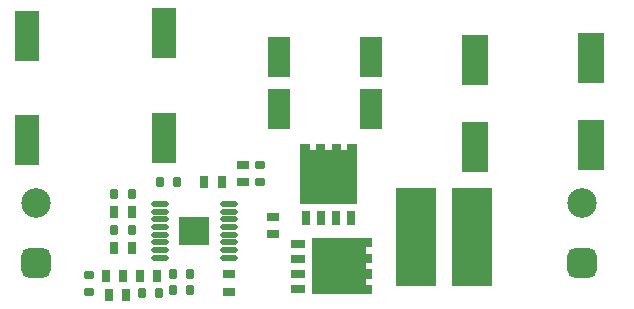
<source format=gts>
G04 Layer_Color=27648*
%FSTAX44Y44*%
%MOMM*%
G71*
G01*
G75*
%ADD25C,2.5000*%
G04:AMPARAMS|DCode=26|XSize=2.5mm|YSize=2.5mm|CornerRadius=0.625mm|HoleSize=0mm|Usage=FLASHONLY|Rotation=90.000|XOffset=0mm|YOffset=0mm|HoleType=Round|Shape=RoundedRectangle|*
%AMROUNDEDRECTD26*
21,1,2.5000,1.2500,0,0,90.0*
21,1,1.2500,2.5000,0,0,90.0*
1,1,1.2500,0.6250,0.6250*
1,1,1.2500,0.6250,-0.6250*
1,1,1.2500,-0.6250,-0.6250*
1,1,1.2500,-0.6250,0.6250*
%
%ADD26ROUNDEDRECTD26*%
G04:AMPARAMS|DCode=32|XSize=0.9516mm|YSize=0.7016mm|CornerRadius=0.0538mm|HoleSize=0mm|Usage=FLASHONLY|Rotation=90.000|XOffset=0mm|YOffset=0mm|HoleType=Round|Shape=RoundedRectangle|*
%AMROUNDEDRECTD32*
21,1,0.9516,0.5940,0,0,90.0*
21,1,0.8440,0.7016,0,0,90.0*
1,1,0.1076,0.2970,0.4220*
1,1,0.1076,0.2970,-0.4220*
1,1,0.1076,-0.2970,-0.4220*
1,1,0.1076,-0.2970,0.4220*
%
%ADD32ROUNDEDRECTD32*%
G04:AMPARAMS|DCode=33|XSize=0.9516mm|YSize=0.7016mm|CornerRadius=0.0538mm|HoleSize=0mm|Usage=FLASHONLY|Rotation=180.000|XOffset=0mm|YOffset=0mm|HoleType=Round|Shape=RoundedRectangle|*
%AMROUNDEDRECTD33*
21,1,0.9516,0.5940,0,0,180.0*
21,1,0.8440,0.7016,0,0,180.0*
1,1,0.1076,-0.4220,0.2970*
1,1,0.1076,0.4220,0.2970*
1,1,0.1076,0.4220,-0.2970*
1,1,0.1076,-0.4220,-0.2970*
%
%ADD33ROUNDEDRECTD33*%
%ADD34R,1.9516X3.3516*%
%ADD35R,2.0516X4.3516*%
G04:AMPARAMS|DCode=36|XSize=2.2016mm|YSize=4.3016mm|CornerRadius=0.0613mm|HoleSize=0mm|Usage=FLASHONLY|Rotation=180.000|XOffset=0mm|YOffset=0mm|HoleType=Round|Shape=RoundedRectangle|*
%AMROUNDEDRECTD36*
21,1,2.2016,4.1790,0,0,180.0*
21,1,2.0790,4.3016,0,0,180.0*
1,1,0.1226,-1.0395,2.0895*
1,1,0.1226,1.0395,2.0895*
1,1,0.1226,1.0395,-2.0895*
1,1,0.1226,-1.0395,-2.0895*
%
%ADD36ROUNDEDRECTD36*%
G04:AMPARAMS|DCode=37|XSize=8.3016mm|YSize=3.4016mm|CornerRadius=0.0673mm|HoleSize=0mm|Usage=FLASHONLY|Rotation=90.000|XOffset=0mm|YOffset=0mm|HoleType=Round|Shape=RoundedRectangle|*
%AMROUNDEDRECTD37*
21,1,8.3016,3.2670,0,0,90.0*
21,1,8.1670,3.4016,0,0,90.0*
1,1,0.1346,1.6335,4.0835*
1,1,0.1346,1.6335,-4.0835*
1,1,0.1346,-1.6335,-4.0835*
1,1,0.1346,-1.6335,4.0835*
%
%ADD37ROUNDEDRECTD37*%
%ADD38R,0.7516X1.3016*%
%ADD39R,1.3016X0.7516*%
G04:AMPARAMS|DCode=40|XSize=0.8516mm|YSize=0.6516mm|CornerRadius=0.0536mm|HoleSize=0mm|Usage=FLASHONLY|Rotation=90.000|XOffset=0mm|YOffset=0mm|HoleType=Round|Shape=RoundedRectangle|*
%AMROUNDEDRECTD40*
21,1,0.8516,0.5445,0,0,90.0*
21,1,0.7445,0.6516,0,0,90.0*
1,1,0.1071,0.2722,0.3723*
1,1,0.1071,0.2722,-0.3723*
1,1,0.1071,-0.2722,-0.3723*
1,1,0.1071,-0.2722,0.3723*
%
%ADD40ROUNDEDRECTD40*%
G04:AMPARAMS|DCode=41|XSize=0.8516mm|YSize=0.6516mm|CornerRadius=0.0536mm|HoleSize=0mm|Usage=FLASHONLY|Rotation=0.000|XOffset=0mm|YOffset=0mm|HoleType=Round|Shape=RoundedRectangle|*
%AMROUNDEDRECTD41*
21,1,0.8516,0.5445,0,0,0.0*
21,1,0.7445,0.6516,0,0,0.0*
1,1,0.1071,0.3723,-0.2722*
1,1,0.1071,-0.3723,-0.2722*
1,1,0.1071,-0.3723,0.2722*
1,1,0.1071,0.3723,0.2722*
%
%ADD41ROUNDEDRECTD41*%
%ADD42R,2.5616X2.4116*%
%ADD43O,1.5016X0.5516*%
%ADD44C,0.6016*%
G36*
X06997599Y08533251D02*
X06997695Y08533221D01*
X06997784Y08533174D01*
X06997861Y08533111D01*
X06997924Y08533033D01*
X06997972Y08532946D01*
X06998Y0853285D01*
X0699801Y0853275D01*
Y0852775D01*
Y0848275D01*
X06998Y0848265D01*
X06997972Y08482555D01*
X06997924Y08482466D01*
X06997861Y08482389D01*
X06997784Y08482325D01*
X06997695Y08482278D01*
X06997599Y08482249D01*
X069975Y08482239D01*
X069505D01*
X069504Y08482249D01*
X06950305Y08482278D01*
X06950217Y08482325D01*
X06950139Y08482389D01*
X06950076Y08482466D01*
X06950029Y08482555D01*
X06949999Y0848265D01*
X0694999Y0848275D01*
Y0852775D01*
Y0853275D01*
X06949999Y0853285D01*
X06950029Y08532946D01*
X06950076Y08533033D01*
X06950139Y08533111D01*
X06950217Y08533174D01*
X06950305Y08533221D01*
X069504Y08533251D01*
X069505Y0853326D01*
X069575D01*
X06957599Y08533251D01*
X06957695Y08533221D01*
X06957784Y08533174D01*
X06957861Y08533111D01*
X06957924Y08533033D01*
X06957972Y08532946D01*
X06958Y0853285D01*
X0695801Y0853275D01*
Y0852826D01*
X06963339D01*
Y0853275D01*
X06963349Y0853285D01*
X06963378Y08532946D01*
X06963426Y08533033D01*
X06963489Y08533111D01*
X06963566Y08533174D01*
X06963655Y08533221D01*
X06963751Y08533251D01*
X0696385Y0853326D01*
X0697085D01*
X0697095Y08533251D01*
X06971046Y08533221D01*
X06971133Y08533174D01*
X06971211Y08533111D01*
X06971274Y08533033D01*
X06971321Y08532946D01*
X06971351Y0853285D01*
X0697136Y0853275D01*
Y0852826D01*
X06976639D01*
Y0853275D01*
X06976649Y0853285D01*
X06976678Y08532946D01*
X06976725Y08533033D01*
X06976789Y08533111D01*
X06976866Y08533174D01*
X06976955Y08533221D01*
X0697705Y08533251D01*
X0697715Y0853326D01*
X0698415D01*
X0698425Y08533251D01*
X06984345Y08533221D01*
X06984434Y08533174D01*
X06984511Y08533111D01*
X06984575Y08533033D01*
X06984622Y08532946D01*
X06984651Y0853285D01*
X06984661Y0853275D01*
Y0852826D01*
X0698999D01*
Y0853275D01*
X06989999Y0853285D01*
X06990029Y08532946D01*
X06990076Y08533033D01*
X06990139Y08533111D01*
X06990217Y08533174D01*
X06990305Y08533221D01*
X069904Y08533251D01*
X069905Y0853326D01*
X069975D01*
X06997599Y08533251D01*
D02*
G37*
G36*
X07010599Y08453538D02*
X07010695Y08453509D01*
X07010784Y08453461D01*
X07010861Y08453398D01*
X07010925Y08453321D01*
X07010972Y08453232D01*
X07011001Y08453137D01*
X07011011Y08453037D01*
Y08446037D01*
X07011001Y08445938D01*
X07010972Y08445842D01*
X07010925Y08445754D01*
X07010861Y08445676D01*
X07010784Y08445613D01*
X07010695Y08445566D01*
X07010599Y08445536D01*
X070105Y08445527D01*
X07006011D01*
Y08440198D01*
X070105D01*
X07010599Y08440188D01*
X07010695Y08440159D01*
X07010784Y08440112D01*
X07010861Y08440048D01*
X07010925Y08439971D01*
X07010972Y08439882D01*
X07011001Y08439787D01*
X07011011Y08439687D01*
Y08432687D01*
X07011001Y08432587D01*
X07010972Y08432491D01*
X07010925Y08432404D01*
X07010861Y08432326D01*
X07010784Y08432263D01*
X07010695Y08432216D01*
X07010599Y08432186D01*
X070105Y08432177D01*
X07006011D01*
Y08426898D01*
X070105D01*
X07010599Y08426888D01*
X07010695Y08426859D01*
X07010784Y08426812D01*
X07010861Y08426748D01*
X07010925Y08426671D01*
X07010972Y08426583D01*
X07011001Y08426487D01*
X07011011Y08426387D01*
Y08419387D01*
X07011001Y08419288D01*
X07010972Y08419192D01*
X07010925Y08419103D01*
X07010861Y08419026D01*
X07010784Y08418962D01*
X07010695Y08418915D01*
X07010599Y08418886D01*
X070105Y08418876D01*
X07006011D01*
Y08413547D01*
X070105D01*
X07010599Y08413538D01*
X07010695Y08413509D01*
X07010784Y08413461D01*
X07010861Y08413398D01*
X07010925Y08413321D01*
X07010972Y08413232D01*
X07011001Y08413137D01*
X07011011Y08413037D01*
Y08406037D01*
X07011001Y08405938D01*
X07010972Y08405842D01*
X07010925Y08405754D01*
X07010861Y08405676D01*
X07010784Y08405613D01*
X07010695Y08405566D01*
X07010599Y08405536D01*
X070105Y08405527D01*
X069605D01*
X069604Y08405536D01*
X06960305Y08405566D01*
X06960217Y08405613D01*
X06960139Y08405676D01*
X06960076Y08405754D01*
X06960029Y08405842D01*
X06959999Y08405938D01*
X0695999Y08406037D01*
Y08453037D01*
X06959999Y08453137D01*
X06960029Y08453232D01*
X06960076Y08453321D01*
X06960139Y08453398D01*
X06960217Y08453461D01*
X06960305Y08453509D01*
X069604Y08453538D01*
X069605Y08453547D01*
X070105D01*
X07010599Y08453538D01*
D02*
G37*
D25*
X0672625Y08483D02*
D03*
X0718875D02*
D03*
D26*
X0672625Y084322D02*
D03*
X0718875D02*
D03*
D32*
X0680725Y08444885D02*
D03*
X0679275D02*
D03*
X0680725Y08475115D02*
D03*
X0679275D02*
D03*
X06802516Y08405082D02*
D03*
X06788016D02*
D03*
X06799722Y08421595D02*
D03*
X06785222D02*
D03*
X068835Y08501151D02*
D03*
X06869D02*
D03*
X06814434Y08421595D02*
D03*
X06828934D02*
D03*
D33*
X06901235Y085155D02*
D03*
Y08501D02*
D03*
X06927302Y08471038D02*
D03*
Y08456537D02*
D03*
X068895Y08422495D02*
D03*
Y08407995D02*
D03*
D34*
X06932Y08606793D02*
D03*
Y08562792D02*
D03*
X07010043Y08606793D02*
D03*
Y08562792D02*
D03*
D35*
X06718915Y08624575D02*
D03*
Y08536074D02*
D03*
X06834957Y08626884D02*
D03*
Y08538384D02*
D03*
D36*
X07098085Y08604D02*
D03*
Y0853D02*
D03*
X07196127Y08605873D02*
D03*
Y08531873D02*
D03*
D37*
X07095213Y08454127D02*
D03*
X07048213D02*
D03*
D38*
X06953934Y0852644D02*
D03*
X06967396D02*
D03*
X06980604D02*
D03*
X06994066D02*
D03*
X0699305Y0847025D02*
D03*
X0698035D02*
D03*
X0696765D02*
D03*
X0695495D02*
D03*
D39*
X0700419Y08449603D02*
D03*
Y08436141D02*
D03*
Y08422933D02*
D03*
Y08409471D02*
D03*
X06948Y08410487D02*
D03*
Y08423187D02*
D03*
Y08435887D02*
D03*
Y08448587D02*
D03*
D40*
X0680725Y0846D02*
D03*
X0679275D02*
D03*
X0680725Y08490231D02*
D03*
X0679275D02*
D03*
X06831Y08500503D02*
D03*
X068455D02*
D03*
X06815831Y08406479D02*
D03*
X06830331D02*
D03*
X0685675Y08409274D02*
D03*
X0684225D02*
D03*
Y08422992D02*
D03*
X0685675D02*
D03*
D41*
X06916351Y085005D02*
D03*
Y08515D02*
D03*
X06771006Y08422377D02*
D03*
Y08407877D02*
D03*
D42*
X068605Y08459373D02*
D03*
D43*
X0689Y08436622D02*
D03*
Y08443123D02*
D03*
Y08449622D02*
D03*
Y08456122D02*
D03*
Y08462623D02*
D03*
Y08469122D02*
D03*
Y08475623D02*
D03*
Y08482123D02*
D03*
X06831Y08436622D02*
D03*
Y08443123D02*
D03*
Y08449622D02*
D03*
Y08456122D02*
D03*
Y08462623D02*
D03*
Y08469122D02*
D03*
Y08475623D02*
D03*
Y08482123D02*
D03*
D44*
X06866Y08453873D02*
D03*
X06855D02*
D03*
X06866Y08464872D02*
D03*
X06855D02*
D03*
M02*

</source>
